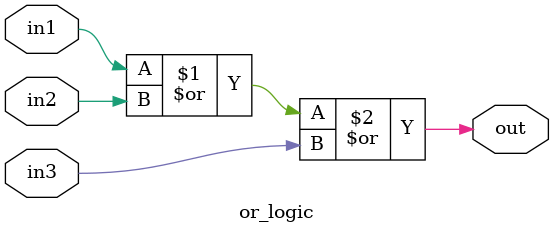
<source format=sv>
module and_xnor_gate (
    input wire A, B, C,   // 输入A, B, C
    output wire Y         // 输出Y
);
    // 内部连线
    wire and_result;
    wire term1, term2, term3;
    
    // 实例化子模块
    and_logic and_comp (
        .in1(A),
        .in2(B),
        .out(and_result)
    );
    
    term_generator term_gen (
        .and_in(and_result),
        .c_in(C),
        .a_in(A),
        .b_in(B),
        .term1_out(term1),
        .term2_out(term2),
        .term3_out(term3)
    );
    
    or_logic or_comp (
        .in1(term1),
        .in2(term2),
        .in3(term3),
        .out(Y)
    );
endmodule

// AND 逻辑子模块
module and_logic (
    input wire in1, in2,
    output wire out
);
    assign out = in1 & in2;
endmodule

// 项生成子模块
module term_generator (
    input wire and_in, c_in, a_in, b_in,
    output wire term1_out, term2_out, term3_out
);
    // 生成三个项: (A & B & C), (~A & ~C), (~B & ~C)
    assign term1_out = and_in & c_in;
    assign term2_out = ~a_in & ~c_in;
    assign term3_out = ~b_in & ~c_in;
endmodule

// OR 逻辑子模块
module or_logic (
    input wire in1, in2, in3,
    output wire out
);
    assign out = in1 | in2 | in3;
endmodule
</source>
